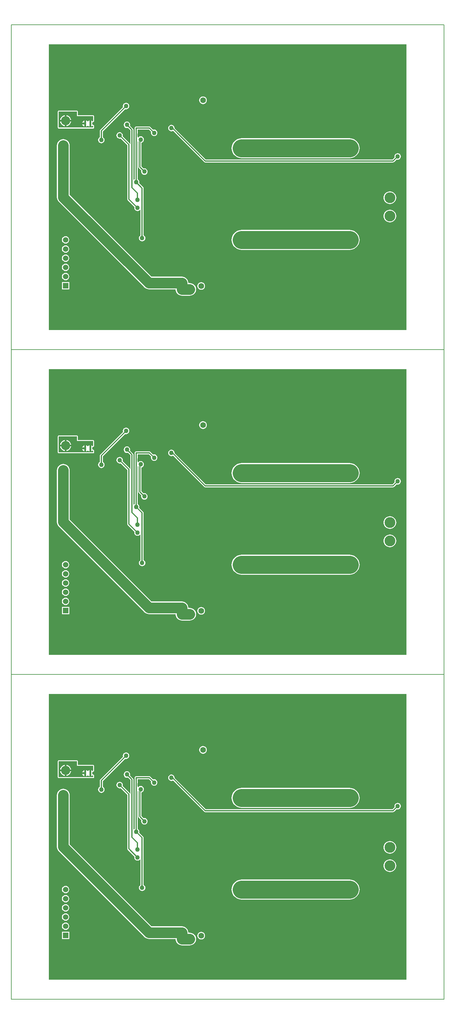
<source format=gbl>
%FSLAX42Y42*%
%MOMM*%
G71*
G01*
G75*
G04 Layer_Physical_Order=2*
G04 Layer_Color=16711680*
%ADD10C,0.20*%
%ADD11R,0.70X1.30*%
%ADD12R,1.30X0.90*%
%ADD13R,1.20X1.00*%
%ADD14R,0.90X1.60*%
%ADD15R,0.60X0.80*%
%ADD16R,1.30X0.70*%
%ADD17R,0.90X1.30*%
%ADD18R,0.80X0.60*%
%ADD19R,0.70X1.20*%
%ADD20R,1.00X1.70*%
%ADD21R,1.60X0.90*%
%ADD22R,1.30X1.30*%
%ADD23R,3.60X1.30*%
%ADD24R,1.50X0.60*%
%ADD25R,1.00X0.40*%
%ADD26R,1.00X1.20*%
%ADD27R,1.20X0.70*%
%ADD28C,0.50*%
%ADD29C,0.30*%
%ADD30C,2.00*%
%ADD31C,1.00*%
%ADD32C,0.25*%
%ADD33C,3.00*%
%ADD34C,5.00*%
%ADD35C,1.50*%
%ADD36C,1.30*%
%ADD37C,2.54*%
%ADD38C,1.60*%
%ADD39C,3.00*%
%ADD40C,1.50*%
%ADD41R,1.50X1.50*%
%ADD42C,1.27*%
%ADD43C,4.00*%
G36*
X13007Y2784D02*
X3089D01*
Y10702D01*
X13007D01*
Y2784D01*
D02*
G37*
%LPC*%
G36*
X3556Y5384D02*
X3530Y5381D01*
X3505Y5371D01*
X3484Y5355D01*
X3468Y5334D01*
X3458Y5309D01*
X3455Y5283D01*
X3458Y5257D01*
X3468Y5233D01*
X3484Y5212D01*
X3505Y5196D01*
X3530Y5185D01*
X3556Y5182D01*
X3582Y5185D01*
X3607Y5196D01*
X3628Y5212D01*
X3644Y5233D01*
X3654Y5257D01*
X3657Y5283D01*
X3654Y5309D01*
X3644Y5334D01*
X3628Y5355D01*
X3607Y5371D01*
X3582Y5381D01*
X3556Y5384D01*
D02*
G37*
G36*
X11433Y5559D02*
X8433D01*
X8390Y5556D01*
X8347Y5546D01*
X8307Y5529D01*
X8270Y5507D01*
X8237Y5479D01*
X8209Y5446D01*
X8187Y5409D01*
X8170Y5369D01*
X8160Y5326D01*
X8157Y5283D01*
X8160Y5240D01*
X8170Y5198D01*
X8187Y5158D01*
X8209Y5121D01*
X8237Y5088D01*
X8270Y5060D01*
X8307Y5037D01*
X8347Y5020D01*
X8390Y5010D01*
X8433Y5007D01*
X11433D01*
X11476Y5010D01*
X11518Y5020D01*
X11558Y5037D01*
X11595Y5060D01*
X11628Y5088D01*
X11656Y5121D01*
X11679Y5158D01*
X11696Y5198D01*
X11706Y5240D01*
X11709Y5283D01*
X11706Y5326D01*
X11696Y5369D01*
X11679Y5409D01*
X11656Y5446D01*
X11628Y5479D01*
X11595Y5507D01*
X11558Y5529D01*
X11518Y5546D01*
X11476Y5556D01*
X11433Y5559D01*
D02*
G37*
G36*
X3556Y5130D02*
X3530Y5127D01*
X3505Y5117D01*
X3484Y5101D01*
X3468Y5080D01*
X3458Y5055D01*
X3455Y5029D01*
X3458Y5003D01*
X3468Y4979D01*
X3484Y4958D01*
X3505Y4942D01*
X3530Y4931D01*
X3556Y4928D01*
X3582Y4931D01*
X3607Y4942D01*
X3628Y4958D01*
X3644Y4979D01*
X3654Y5003D01*
X3657Y5029D01*
X3654Y5055D01*
X3644Y5080D01*
X3628Y5101D01*
X3607Y5117D01*
X3582Y5127D01*
X3556Y5130D01*
D02*
G37*
G36*
X6490Y8472D02*
X6466Y8469D01*
X6445Y8460D01*
X6426Y8445D01*
X6412Y8427D01*
X6403Y8405D01*
X6400Y8382D01*
X6403Y8359D01*
X6412Y8337D01*
X6426Y8319D01*
X6445Y8304D01*
X6466Y8295D01*
X6490Y8292D01*
X6513Y8295D01*
X6535Y8304D01*
X7400Y7438D01*
X7414Y7430D01*
X7414Y7430D01*
X7414Y7430D01*
D01*
X7414Y7430D01*
X7414Y7430D01*
X7429Y7426D01*
X12636D01*
X12652Y7430D01*
X12665Y7438D01*
X12736Y7509D01*
X12740Y7508D01*
X12763Y7505D01*
X12786Y7508D01*
X12808Y7517D01*
X12826Y7531D01*
X12840Y7550D01*
X12849Y7571D01*
X12852Y7595D01*
X12849Y7618D01*
X12840Y7639D01*
X12826Y7658D01*
X12808Y7672D01*
X12786Y7681D01*
X12763Y7684D01*
X12740Y7681D01*
X12718Y7672D01*
X12699Y7658D01*
X12685Y7639D01*
X12676Y7618D01*
X12673Y7595D01*
X12676Y7571D01*
X12678Y7568D01*
X12619Y7509D01*
X7447D01*
X6579Y8377D01*
X6579Y8382D01*
X6576Y8405D01*
X6567Y8427D01*
X6553Y8445D01*
X6535Y8460D01*
X6513Y8469D01*
X6490Y8472D01*
D02*
G37*
G36*
X12548Y6628D02*
X12513Y6624D01*
X12480Y6614D01*
X12450Y6598D01*
X12423Y6576D01*
X12401Y6550D01*
X12385Y6519D01*
X12375Y6486D01*
X12371Y6452D01*
X12375Y6417D01*
X12385Y6384D01*
X12401Y6354D01*
X12423Y6327D01*
X12450Y6305D01*
X12480Y6289D01*
X12513Y6279D01*
X12548Y6275D01*
X12582Y6279D01*
X12615Y6289D01*
X12646Y6305D01*
X12672Y6327D01*
X12694Y6354D01*
X12710Y6384D01*
X12720Y6417D01*
X12724Y6452D01*
X12720Y6486D01*
X12710Y6519D01*
X12694Y6550D01*
X12672Y6576D01*
X12646Y6598D01*
X12615Y6614D01*
X12582Y6624D01*
X12548Y6628D01*
D02*
G37*
G36*
Y6120D02*
X12513Y6116D01*
X12480Y6106D01*
X12450Y6090D01*
X12423Y6068D01*
X12401Y6042D01*
X12385Y6011D01*
X12375Y5978D01*
X12371Y5944D01*
X12375Y5909D01*
X12385Y5876D01*
X12401Y5846D01*
X12423Y5819D01*
X12450Y5797D01*
X12480Y5781D01*
X12513Y5771D01*
X12548Y5767D01*
X12582Y5771D01*
X12615Y5781D01*
X12646Y5797D01*
X12672Y5819D01*
X12694Y5846D01*
X12710Y5876D01*
X12720Y5909D01*
X12724Y5944D01*
X12720Y5978D01*
X12710Y6011D01*
X12694Y6042D01*
X12672Y6068D01*
X12646Y6090D01*
X12615Y6106D01*
X12582Y6116D01*
X12548Y6120D01*
D02*
G37*
G36*
X3656Y4114D02*
X3456D01*
Y3913D01*
X3656D01*
Y4114D01*
D02*
G37*
G36*
X7315Y4112D02*
X7288Y4108D01*
X7262Y4097D01*
X7240Y4080D01*
X7223Y4058D01*
X7213Y4033D01*
X7209Y4005D01*
X7213Y3978D01*
X7223Y3952D01*
X7240Y3930D01*
X7262Y3913D01*
X7288Y3903D01*
X7315Y3899D01*
X7343Y3903D01*
X7368Y3913D01*
X7390Y3930D01*
X7407Y3952D01*
X7418Y3978D01*
X7422Y4005D01*
X7418Y4033D01*
X7407Y4058D01*
X7390Y4080D01*
X7368Y4097D01*
X7343Y4108D01*
X7315Y4112D01*
D02*
G37*
G36*
X3492Y8076D02*
X3458Y8072D01*
X3425Y8062D01*
X3395Y8046D01*
X3368Y8024D01*
X3346Y7997D01*
X3330Y7967D01*
X3320Y7934D01*
X3316Y7899D01*
Y6464D01*
X3320Y6430D01*
X3330Y6397D01*
X3346Y6366D01*
X3368Y6340D01*
X3368Y6340D01*
X3368D01*
Y6340D01*
X3368Y6340D01*
X5743Y3965D01*
X5769Y3943D01*
X5800Y3927D01*
X5833Y3917D01*
X5836Y3916D01*
X5867Y3913D01*
X5867Y3913D01*
X6604D01*
X6606Y3912D01*
X6609Y3877D01*
X6619Y3844D01*
X6635Y3814D01*
X6657Y3787D01*
X6684Y3765D01*
X6714Y3749D01*
X6747Y3739D01*
X6782Y3735D01*
X6998D01*
X7032Y3739D01*
X7065Y3749D01*
X7096Y3765D01*
X7122Y3787D01*
X7144Y3814D01*
X7161Y3844D01*
X7171Y3877D01*
X7174Y3912D01*
X7171Y3946D01*
X7161Y3979D01*
X7144Y4010D01*
X7122Y4036D01*
X7096Y4058D01*
X7065Y4074D01*
X7032Y4084D01*
X6998Y4088D01*
X6959D01*
X6958Y4089D01*
X6955Y4124D01*
X6945Y4157D01*
X6928Y4187D01*
X6906Y4214D01*
X6880Y4236D01*
X6849Y4252D01*
X6816Y4262D01*
X6782Y4266D01*
X5940D01*
X3669Y6537D01*
Y7899D01*
X3665Y7934D01*
X3655Y7967D01*
X3639Y7997D01*
X3617Y8024D01*
X3590Y8046D01*
X3560Y8062D01*
X3527Y8072D01*
X3492Y8076D01*
D02*
G37*
G36*
X3556Y4876D02*
X3530Y4873D01*
X3505Y4863D01*
X3484Y4847D01*
X3468Y4826D01*
X3458Y4801D01*
X3455Y4775D01*
X3458Y4749D01*
X3468Y4725D01*
X3484Y4704D01*
X3505Y4688D01*
X3530Y4677D01*
X3556Y4674D01*
X3582Y4677D01*
X3607Y4688D01*
X3628Y4704D01*
X3644Y4725D01*
X3654Y4749D01*
X3657Y4775D01*
X3654Y4801D01*
X3644Y4826D01*
X3628Y4847D01*
X3607Y4863D01*
X3582Y4873D01*
X3556Y4876D01*
D02*
G37*
G36*
Y4622D02*
X3530Y4619D01*
X3505Y4609D01*
X3484Y4593D01*
X3468Y4572D01*
X3458Y4547D01*
X3455Y4521D01*
X3458Y4495D01*
X3468Y4471D01*
X3484Y4450D01*
X3505Y4434D01*
X3530Y4423D01*
X3556Y4420D01*
X3582Y4423D01*
X3607Y4434D01*
X3628Y4450D01*
X3644Y4471D01*
X3654Y4495D01*
X3657Y4521D01*
X3654Y4547D01*
X3644Y4572D01*
X3628Y4593D01*
X3607Y4609D01*
X3582Y4619D01*
X3556Y4622D01*
D02*
G37*
G36*
Y4368D02*
X3530Y4365D01*
X3505Y4355D01*
X3484Y4339D01*
X3468Y4318D01*
X3458Y4293D01*
X3455Y4267D01*
X3458Y4241D01*
X3468Y4217D01*
X3484Y4196D01*
X3505Y4180D01*
X3530Y4169D01*
X3556Y4166D01*
X3582Y4169D01*
X3607Y4180D01*
X3628Y4196D01*
X3644Y4217D01*
X3654Y4241D01*
X3657Y4267D01*
X3654Y4293D01*
X3644Y4318D01*
X3628Y4339D01*
X3607Y4355D01*
X3582Y4365D01*
X3556Y4368D01*
D02*
G37*
G36*
X3874Y8865D02*
X3365D01*
X3356Y8863D01*
X3347Y8858D01*
X3342Y8849D01*
X3340Y8839D01*
Y8395D01*
X3342Y8385D01*
X3347Y8376D01*
X3356Y8371D01*
X3365Y8369D01*
X4318D01*
X4328Y8371D01*
X4336Y8376D01*
X4342Y8385D01*
X4344Y8395D01*
Y8443D01*
X4344Y8444D01*
X4344Y8445D01*
X4343Y8449D01*
X4342Y8453D01*
X4341Y8454D01*
X4341Y8455D01*
X4339Y8458D01*
X4336Y8461D01*
X4336Y8462D01*
X4335Y8463D01*
X4331Y8465D01*
X4328Y8467D01*
X4327Y8467D01*
X4326Y8468D01*
X4314Y8472D01*
X4313Y8472D01*
X4313Y8472D01*
X4308Y8473D01*
X4304Y8473D01*
X4303Y8473D01*
X4303Y8473D01*
X4293Y8502D01*
Y8509D01*
Y8516D01*
X4303Y8545D01*
X4303Y8545D01*
X4304Y8545D01*
X4308Y8545D01*
X4313Y8546D01*
X4313Y8546D01*
X4314Y8546D01*
X4326Y8550D01*
X4327Y8551D01*
X4328Y8551D01*
X4331Y8553D01*
X4335Y8555D01*
X4336Y8556D01*
X4336Y8557D01*
X4339Y8560D01*
X4341Y8563D01*
X4341Y8564D01*
X4342Y8565D01*
X4343Y8569D01*
X4344Y8573D01*
X4344Y8574D01*
X4344Y8575D01*
Y8712D01*
X4342Y8722D01*
X4336Y8731D01*
X4328Y8736D01*
X4318Y8738D01*
X3899D01*
Y8839D01*
X3897Y8849D01*
X3892Y8858D01*
X3883Y8863D01*
X3874Y8865D01*
D02*
G37*
G36*
X5232Y9081D02*
X5209Y9078D01*
X5188Y9069D01*
X5169Y9055D01*
X5155Y9036D01*
X5146Y9015D01*
X5143Y8992D01*
X5146Y8968D01*
X5147Y8965D01*
X4517Y8335D01*
X4509Y8322D01*
X4505Y8306D01*
Y8131D01*
X4502Y8129D01*
X4483Y8115D01*
X4469Y8097D01*
X4460Y8075D01*
X4457Y8052D01*
X4460Y8029D01*
X4469Y8007D01*
X4483Y7988D01*
X4502Y7974D01*
X4523Y7965D01*
X4547Y7962D01*
X4570Y7965D01*
X4591Y7974D01*
X4610Y7988D01*
X4624Y8007D01*
X4633Y8029D01*
X4636Y8052D01*
X4633Y8075D01*
X4624Y8097D01*
X4610Y8115D01*
X4591Y8129D01*
X4588Y8131D01*
Y8289D01*
X5206Y8906D01*
X5209Y8905D01*
X5232Y8902D01*
X5256Y8905D01*
X5277Y8914D01*
X5296Y8928D01*
X5310Y8947D01*
X5319Y8968D01*
X5322Y8992D01*
X5319Y9015D01*
X5310Y9036D01*
X5296Y9055D01*
X5277Y9069D01*
X5256Y9078D01*
X5232Y9081D01*
D02*
G37*
G36*
X7366Y9258D02*
X7338Y9255D01*
X7313Y9244D01*
X7291Y9227D01*
X7274Y9205D01*
X7263Y9180D01*
X7260Y9152D01*
X7263Y9124D01*
X7274Y9099D01*
X7291Y9077D01*
X7313Y9060D01*
X7338Y9049D01*
X7366Y9046D01*
X7394Y9049D01*
X7419Y9060D01*
X7441Y9077D01*
X7458Y9099D01*
X7469Y9124D01*
X7472Y9152D01*
X7469Y9180D01*
X7458Y9205D01*
X7441Y9227D01*
X7419Y9244D01*
X7394Y9255D01*
X7366Y9258D01*
D02*
G37*
G36*
X5258Y8561D02*
X5235Y8558D01*
X5213Y8549D01*
X5194Y8534D01*
X5180Y8516D01*
X5171Y8494D01*
X5168Y8471D01*
X5171Y8448D01*
X5180Y8426D01*
X5194Y8407D01*
X5213Y8393D01*
X5235Y8384D01*
X5258Y8381D01*
X5281Y8384D01*
X5285Y8386D01*
X5356Y8314D01*
Y7948D01*
X5344Y7944D01*
X5338Y7954D01*
X5140Y8151D01*
X5142Y8155D01*
X5145Y8178D01*
X5142Y8201D01*
X5133Y8223D01*
X5119Y8242D01*
X5100Y8256D01*
X5078Y8265D01*
X5055Y8268D01*
X5032Y8265D01*
X5010Y8256D01*
X4992Y8242D01*
X4978Y8223D01*
X4969Y8201D01*
X4966Y8178D01*
X4969Y8155D01*
X4978Y8133D01*
X4992Y8115D01*
X5010Y8101D01*
X5032Y8092D01*
X5055Y8089D01*
X5078Y8092D01*
X5082Y8093D01*
X5267Y7908D01*
Y6763D01*
Y6414D01*
X5267Y6414D01*
X5267D01*
X5271Y6398D01*
X5279Y6384D01*
X5465Y6199D01*
X5463Y6195D01*
X5460Y6172D01*
X5463Y6149D01*
X5472Y6127D01*
X5486Y6109D01*
X5505Y6095D01*
X5527Y6086D01*
X5550Y6083D01*
X5573Y6086D01*
X5595Y6095D01*
X5613Y6109D01*
X5624Y6122D01*
X5636Y6118D01*
Y5413D01*
X5632Y5412D01*
X5613Y5397D01*
X5599Y5379D01*
X5590Y5357D01*
X5587Y5334D01*
X5590Y5311D01*
X5599Y5289D01*
X5613Y5271D01*
X5632Y5256D01*
X5654Y5247D01*
X5677Y5244D01*
X5700Y5247D01*
X5722Y5256D01*
X5740Y5271D01*
X5755Y5289D01*
X5764Y5311D01*
X5767Y5334D01*
X5764Y5357D01*
X5755Y5379D01*
X5740Y5397D01*
X5722Y5412D01*
X5718Y5413D01*
Y6718D01*
X5715Y6734D01*
X5706Y6747D01*
X5597Y6857D01*
X5598Y6860D01*
X5601Y6883D01*
X5598Y6907D01*
X5589Y6928D01*
X5575Y6947D01*
X5557Y6961D01*
X5553Y6963D01*
Y8011D01*
X5565Y8015D01*
X5572Y8005D01*
Y7303D01*
X5572Y7303D01*
X5572D01*
X5575Y7287D01*
X5584Y7273D01*
X5655Y7202D01*
X5654Y7199D01*
X5651Y7175D01*
X5654Y7152D01*
X5663Y7131D01*
X5677Y7112D01*
X5696Y7098D01*
X5717Y7089D01*
X5740Y7086D01*
X5764Y7089D01*
X5785Y7098D01*
X5804Y7112D01*
X5818Y7131D01*
X5827Y7152D01*
X5830Y7175D01*
X5827Y7199D01*
X5818Y7220D01*
X5804Y7239D01*
X5785Y7253D01*
X5764Y7262D01*
X5740Y7265D01*
X5717Y7262D01*
X5714Y7261D01*
X5655Y7320D01*
Y7977D01*
X5662Y7978D01*
X5684Y7987D01*
X5702Y8001D01*
X5716Y8020D01*
X5725Y8041D01*
X5728Y8064D01*
X5725Y8088D01*
X5716Y8109D01*
X5702Y8128D01*
X5684Y8142D01*
X5662Y8151D01*
X5639Y8154D01*
X5616Y8151D01*
X5594Y8142D01*
X5575Y8128D01*
X5565Y8114D01*
X5553Y8118D01*
Y8147D01*
X5551Y8156D01*
Y8227D01*
X5553Y8236D01*
Y8341D01*
X5863D01*
X5928Y8276D01*
X5926Y8273D01*
X5923Y8249D01*
X5926Y8226D01*
X5935Y8205D01*
X5949Y8186D01*
X5968Y8172D01*
X5989Y8163D01*
X6013Y8160D01*
X6036Y8163D01*
X6058Y8172D01*
X6076Y8186D01*
X6090Y8205D01*
X6099Y8226D01*
X6102Y8249D01*
X6099Y8273D01*
X6090Y8294D01*
X6076Y8313D01*
X6058Y8327D01*
X6036Y8336D01*
X6013Y8339D01*
X5989Y8336D01*
X5986Y8334D01*
X5909Y8411D01*
X5896Y8420D01*
X5880Y8423D01*
X5512D01*
X5496Y8420D01*
X5483Y8411D01*
X5474Y8398D01*
X5471Y8382D01*
Y8244D01*
X5469Y8234D01*
Y8149D01*
X5469Y8149D01*
X5469D01*
X5471Y8139D01*
Y6963D01*
X5467Y6961D01*
X5450Y6948D01*
X5439Y6954D01*
Y8331D01*
X5436Y8347D01*
X5427Y8360D01*
X5343Y8444D01*
X5344Y8448D01*
X5347Y8471D01*
X5344Y8494D01*
X5335Y8516D01*
X5321Y8534D01*
X5303Y8549D01*
X5281Y8558D01*
X5258Y8561D01*
D02*
G37*
G36*
X11433Y8099D02*
X8433D01*
X8390Y8096D01*
X8347Y8086D01*
X8307Y8069D01*
X8270Y8047D01*
X8237Y8019D01*
X8209Y7986D01*
X8187Y7949D01*
X8170Y7909D01*
X8160Y7866D01*
X8157Y7823D01*
X8160Y7780D01*
X8170Y7738D01*
X8187Y7698D01*
X8209Y7661D01*
X8237Y7628D01*
X8270Y7600D01*
X8307Y7577D01*
X8347Y7560D01*
X8390Y7550D01*
X8433Y7547D01*
X11433D01*
X11476Y7550D01*
X11518Y7560D01*
X11558Y7577D01*
X11595Y7600D01*
X11628Y7628D01*
X11656Y7661D01*
X11679Y7698D01*
X11696Y7738D01*
X11706Y7780D01*
X11709Y7823D01*
X11706Y7866D01*
X11696Y7909D01*
X11679Y7949D01*
X11656Y7986D01*
X11628Y8019D01*
X11595Y8047D01*
X11558Y8069D01*
X11518Y8086D01*
X11476Y8096D01*
X11433Y8099D01*
D02*
G37*
%LPD*%
G36*
X3874Y8712D02*
X4318D01*
Y8575D01*
X4306Y8571D01*
X4305Y8572D01*
X4286Y8586D01*
X4267Y8594D01*
Y8509D01*
Y8424D01*
X4286Y8432D01*
X4305Y8446D01*
X4306Y8447D01*
X4318Y8443D01*
Y8395D01*
X3365D01*
Y8839D01*
X3874D01*
Y8712D01*
D02*
G37*
%LPC*%
G36*
X3581Y8735D02*
Y8610D01*
X3706D01*
X3706Y8615D01*
X3697Y8644D01*
X3683Y8670D01*
X3664Y8693D01*
X3641Y8712D01*
X3614Y8726D01*
X3586Y8735D01*
X3581Y8735D01*
D02*
G37*
G36*
X3706Y8560D02*
X3581D01*
Y8435D01*
X3586Y8435D01*
X3614Y8444D01*
X3641Y8458D01*
X3664Y8477D01*
X3683Y8500D01*
X3697Y8527D01*
X3706Y8555D01*
X3706Y8560D01*
D02*
G37*
G36*
X3531D02*
X3406D01*
X3406Y8555D01*
X3415Y8527D01*
X3429Y8500D01*
X3448Y8477D01*
X3471Y8458D01*
X3498Y8444D01*
X3526Y8435D01*
X3531Y8435D01*
Y8560D01*
D02*
G37*
G36*
Y8735D02*
X3526Y8735D01*
X3498Y8726D01*
X3471Y8712D01*
X3448Y8693D01*
X3429Y8670D01*
X3415Y8644D01*
X3406Y8615D01*
X3406Y8610D01*
X3531D01*
Y8735D01*
D02*
G37*
G36*
X4077Y8484D02*
X4017D01*
X4025Y8464D01*
X4039Y8446D01*
X4057Y8432D01*
X4077Y8424D01*
Y8484D01*
D02*
G37*
G36*
Y8594D02*
X4057Y8586D01*
X4039Y8572D01*
X4025Y8554D01*
X4017Y8534D01*
X4077D01*
Y8594D01*
D02*
G37*
G36*
X4217D02*
X4197Y8586D01*
X4179Y8572D01*
X4178Y8572D01*
X4166D01*
X4165Y8572D01*
X4147Y8586D01*
X4127Y8594D01*
Y8509D01*
Y8424D01*
X4147Y8432D01*
X4165Y8446D01*
X4166Y8446D01*
X4178D01*
X4179Y8446D01*
X4197Y8432D01*
X4217Y8424D01*
Y8509D01*
Y8594D01*
D02*
G37*
%LPD*%
G36*
X13007Y11784D02*
X3089D01*
Y19702D01*
X13007D01*
Y11784D01*
D02*
G37*
%LPC*%
G36*
X3556Y14384D02*
X3530Y14381D01*
X3505Y14371D01*
X3484Y14355D01*
X3468Y14334D01*
X3458Y14309D01*
X3455Y14283D01*
X3458Y14257D01*
X3468Y14233D01*
X3484Y14212D01*
X3505Y14196D01*
X3530Y14185D01*
X3556Y14182D01*
X3582Y14185D01*
X3607Y14196D01*
X3628Y14212D01*
X3644Y14233D01*
X3654Y14257D01*
X3657Y14283D01*
X3654Y14309D01*
X3644Y14334D01*
X3628Y14355D01*
X3607Y14371D01*
X3582Y14381D01*
X3556Y14384D01*
D02*
G37*
G36*
X11433Y14559D02*
X8433D01*
X8390Y14556D01*
X8347Y14546D01*
X8307Y14529D01*
X8270Y14507D01*
X8237Y14479D01*
X8209Y14446D01*
X8187Y14409D01*
X8170Y14369D01*
X8160Y14326D01*
X8157Y14283D01*
X8160Y14240D01*
X8170Y14198D01*
X8187Y14158D01*
X8209Y14121D01*
X8237Y14088D01*
X8270Y14060D01*
X8307Y14037D01*
X8347Y14020D01*
X8390Y14010D01*
X8433Y14007D01*
X11433D01*
X11476Y14010D01*
X11518Y14020D01*
X11558Y14037D01*
X11595Y14060D01*
X11628Y14088D01*
X11656Y14121D01*
X11679Y14158D01*
X11696Y14198D01*
X11706Y14240D01*
X11709Y14283D01*
X11706Y14326D01*
X11696Y14369D01*
X11679Y14409D01*
X11656Y14446D01*
X11628Y14479D01*
X11595Y14507D01*
X11558Y14529D01*
X11518Y14546D01*
X11476Y14556D01*
X11433Y14559D01*
D02*
G37*
G36*
X3556Y14130D02*
X3530Y14127D01*
X3505Y14117D01*
X3484Y14101D01*
X3468Y14080D01*
X3458Y14055D01*
X3455Y14029D01*
X3458Y14003D01*
X3468Y13979D01*
X3484Y13958D01*
X3505Y13942D01*
X3530Y13931D01*
X3556Y13928D01*
X3582Y13931D01*
X3607Y13942D01*
X3628Y13958D01*
X3644Y13979D01*
X3654Y14003D01*
X3657Y14029D01*
X3654Y14055D01*
X3644Y14080D01*
X3628Y14101D01*
X3607Y14117D01*
X3582Y14127D01*
X3556Y14130D01*
D02*
G37*
G36*
X6490Y17472D02*
X6466Y17469D01*
X6445Y17460D01*
X6426Y17445D01*
X6412Y17427D01*
X6403Y17405D01*
X6400Y17382D01*
X6403Y17359D01*
X6412Y17337D01*
X6426Y17319D01*
X6445Y17304D01*
X6466Y17295D01*
X6490Y17292D01*
X6513Y17295D01*
X6535Y17304D01*
X7400Y16438D01*
X7414Y16430D01*
X7414Y16430D01*
X7414Y16430D01*
D01*
X7414Y16430D01*
X7414Y16430D01*
X7429Y16426D01*
X12636D01*
X12652Y16430D01*
X12665Y16438D01*
X12736Y16509D01*
X12740Y16508D01*
X12763Y16505D01*
X12786Y16508D01*
X12808Y16517D01*
X12826Y16531D01*
X12840Y16550D01*
X12849Y16571D01*
X12852Y16595D01*
X12849Y16618D01*
X12840Y16639D01*
X12826Y16658D01*
X12808Y16672D01*
X12786Y16681D01*
X12763Y16684D01*
X12740Y16681D01*
X12718Y16672D01*
X12699Y16658D01*
X12685Y16639D01*
X12676Y16618D01*
X12673Y16595D01*
X12676Y16571D01*
X12678Y16568D01*
X12619Y16509D01*
X7447D01*
X6579Y17377D01*
X6579Y17382D01*
X6576Y17405D01*
X6567Y17427D01*
X6553Y17445D01*
X6535Y17460D01*
X6513Y17469D01*
X6490Y17472D01*
D02*
G37*
G36*
X12548Y15628D02*
X12513Y15624D01*
X12480Y15614D01*
X12450Y15598D01*
X12423Y15576D01*
X12401Y15550D01*
X12385Y15519D01*
X12375Y15486D01*
X12371Y15452D01*
X12375Y15417D01*
X12385Y15384D01*
X12401Y15354D01*
X12423Y15327D01*
X12450Y15305D01*
X12480Y15289D01*
X12513Y15279D01*
X12548Y15275D01*
X12582Y15279D01*
X12615Y15289D01*
X12646Y15305D01*
X12672Y15327D01*
X12694Y15354D01*
X12710Y15384D01*
X12720Y15417D01*
X12724Y15452D01*
X12720Y15486D01*
X12710Y15519D01*
X12694Y15550D01*
X12672Y15576D01*
X12646Y15598D01*
X12615Y15614D01*
X12582Y15624D01*
X12548Y15628D01*
D02*
G37*
G36*
Y15120D02*
X12513Y15116D01*
X12480Y15106D01*
X12450Y15090D01*
X12423Y15068D01*
X12401Y15042D01*
X12385Y15011D01*
X12375Y14978D01*
X12371Y14944D01*
X12375Y14909D01*
X12385Y14876D01*
X12401Y14846D01*
X12423Y14819D01*
X12450Y14797D01*
X12480Y14781D01*
X12513Y14771D01*
X12548Y14767D01*
X12582Y14771D01*
X12615Y14781D01*
X12646Y14797D01*
X12672Y14819D01*
X12694Y14846D01*
X12710Y14876D01*
X12720Y14909D01*
X12724Y14944D01*
X12720Y14978D01*
X12710Y15011D01*
X12694Y15042D01*
X12672Y15068D01*
X12646Y15090D01*
X12615Y15106D01*
X12582Y15116D01*
X12548Y15120D01*
D02*
G37*
G36*
X3656Y13114D02*
X3456D01*
Y12913D01*
X3656D01*
Y13114D01*
D02*
G37*
G36*
X7315Y13112D02*
X7288Y13108D01*
X7262Y13097D01*
X7240Y13080D01*
X7223Y13058D01*
X7213Y13033D01*
X7209Y13005D01*
X7213Y12978D01*
X7223Y12952D01*
X7240Y12930D01*
X7262Y12913D01*
X7288Y12903D01*
X7315Y12899D01*
X7343Y12903D01*
X7368Y12913D01*
X7390Y12930D01*
X7407Y12952D01*
X7418Y12978D01*
X7422Y13005D01*
X7418Y13033D01*
X7407Y13058D01*
X7390Y13080D01*
X7368Y13097D01*
X7343Y13108D01*
X7315Y13112D01*
D02*
G37*
G36*
X3492Y17076D02*
X3458Y17072D01*
X3425Y17062D01*
X3395Y17046D01*
X3368Y17024D01*
X3346Y16997D01*
X3330Y16967D01*
X3320Y16934D01*
X3316Y16899D01*
Y15464D01*
X3320Y15430D01*
X3330Y15397D01*
X3346Y15366D01*
X3368Y15340D01*
X3368Y15340D01*
X3368D01*
Y15340D01*
X3368Y15340D01*
X5743Y12965D01*
X5769Y12943D01*
X5800Y12927D01*
X5833Y12917D01*
X5836Y12916D01*
X5867Y12913D01*
X5867Y12913D01*
X6604D01*
X6606Y12912D01*
X6609Y12877D01*
X6619Y12844D01*
X6635Y12814D01*
X6657Y12787D01*
X6684Y12765D01*
X6714Y12749D01*
X6747Y12739D01*
X6782Y12735D01*
X6998D01*
X7032Y12739D01*
X7065Y12749D01*
X7096Y12765D01*
X7122Y12787D01*
X7144Y12814D01*
X7161Y12844D01*
X7171Y12877D01*
X7174Y12912D01*
X7171Y12946D01*
X7161Y12979D01*
X7144Y13010D01*
X7122Y13036D01*
X7096Y13058D01*
X7065Y13074D01*
X7032Y13084D01*
X6998Y13088D01*
X6959D01*
X6958Y13089D01*
X6955Y13124D01*
X6945Y13157D01*
X6928Y13187D01*
X6906Y13214D01*
X6880Y13236D01*
X6849Y13252D01*
X6816Y13262D01*
X6782Y13266D01*
X5940D01*
X3669Y15537D01*
Y16899D01*
X3665Y16934D01*
X3655Y16967D01*
X3639Y16997D01*
X3617Y17024D01*
X3590Y17046D01*
X3560Y17062D01*
X3527Y17072D01*
X3492Y17076D01*
D02*
G37*
G36*
X3556Y13876D02*
X3530Y13873D01*
X3505Y13863D01*
X3484Y13847D01*
X3468Y13826D01*
X3458Y13801D01*
X3455Y13775D01*
X3458Y13749D01*
X3468Y13725D01*
X3484Y13704D01*
X3505Y13688D01*
X3530Y13677D01*
X3556Y13674D01*
X3582Y13677D01*
X3607Y13688D01*
X3628Y13704D01*
X3644Y13725D01*
X3654Y13749D01*
X3657Y13775D01*
X3654Y13801D01*
X3644Y13826D01*
X3628Y13847D01*
X3607Y13863D01*
X3582Y13873D01*
X3556Y13876D01*
D02*
G37*
G36*
Y13622D02*
X3530Y13619D01*
X3505Y13609D01*
X3484Y13593D01*
X3468Y13572D01*
X3458Y13547D01*
X3455Y13521D01*
X3458Y13495D01*
X3468Y13471D01*
X3484Y13450D01*
X3505Y13434D01*
X3530Y13423D01*
X3556Y13420D01*
X3582Y13423D01*
X3607Y13434D01*
X3628Y13450D01*
X3644Y13471D01*
X3654Y13495D01*
X3657Y13521D01*
X3654Y13547D01*
X3644Y13572D01*
X3628Y13593D01*
X3607Y13609D01*
X3582Y13619D01*
X3556Y13622D01*
D02*
G37*
G36*
Y13368D02*
X3530Y13365D01*
X3505Y13355D01*
X3484Y13339D01*
X3468Y13318D01*
X3458Y13293D01*
X3455Y13267D01*
X3458Y13241D01*
X3468Y13217D01*
X3484Y13196D01*
X3505Y13180D01*
X3530Y13169D01*
X3556Y13166D01*
X3582Y13169D01*
X3607Y13180D01*
X3628Y13196D01*
X3644Y13217D01*
X3654Y13241D01*
X3657Y13267D01*
X3654Y13293D01*
X3644Y13318D01*
X3628Y13339D01*
X3607Y13355D01*
X3582Y13365D01*
X3556Y13368D01*
D02*
G37*
G36*
X3874Y17865D02*
X3365D01*
X3356Y17863D01*
X3347Y17858D01*
X3342Y17849D01*
X3340Y17839D01*
Y17395D01*
X3342Y17385D01*
X3347Y17376D01*
X3356Y17371D01*
X3365Y17369D01*
X4318D01*
X4328Y17371D01*
X4336Y17376D01*
X4342Y17385D01*
X4344Y17395D01*
Y17443D01*
X4344Y17444D01*
X4344Y17445D01*
X4343Y17449D01*
X4342Y17453D01*
X4341Y17454D01*
X4341Y17455D01*
X4339Y17458D01*
X4336Y17461D01*
X4336Y17462D01*
X4335Y17463D01*
X4331Y17465D01*
X4328Y17467D01*
X4327Y17467D01*
X4326Y17468D01*
X4314Y17472D01*
X4313Y17472D01*
X4313Y17472D01*
X4308Y17473D01*
X4304Y17473D01*
X4303Y17473D01*
X4303Y17473D01*
X4293Y17502D01*
Y17509D01*
Y17516D01*
X4303Y17545D01*
X4303Y17545D01*
X4304Y17545D01*
X4308Y17545D01*
X4313Y17546D01*
X4313Y17546D01*
X4314Y17546D01*
X4326Y17550D01*
X4327Y17551D01*
X4328Y17551D01*
X4331Y17553D01*
X4335Y17555D01*
X4336Y17556D01*
X4336Y17557D01*
X4339Y17560D01*
X4341Y17563D01*
X4341Y17564D01*
X4342Y17565D01*
X4343Y17569D01*
X4344Y17573D01*
X4344Y17574D01*
X4344Y17575D01*
Y17712D01*
X4342Y17722D01*
X4336Y17731D01*
X4328Y17736D01*
X4318Y17738D01*
X3899D01*
Y17839D01*
X3897Y17849D01*
X3892Y17858D01*
X3883Y17863D01*
X3874Y17865D01*
D02*
G37*
G36*
X5232Y18081D02*
X5209Y18078D01*
X5188Y18069D01*
X5169Y18055D01*
X5155Y18036D01*
X5146Y18015D01*
X5143Y17992D01*
X5146Y17968D01*
X5147Y17965D01*
X4517Y17335D01*
X4509Y17322D01*
X4505Y17306D01*
Y17131D01*
X4502Y17129D01*
X4483Y17115D01*
X4469Y17097D01*
X4460Y17075D01*
X4457Y17052D01*
X4460Y17029D01*
X4469Y17007D01*
X4483Y16988D01*
X4502Y16974D01*
X4523Y16965D01*
X4547Y16962D01*
X4570Y16965D01*
X4591Y16974D01*
X4610Y16988D01*
X4624Y17007D01*
X4633Y17029D01*
X4636Y17052D01*
X4633Y17075D01*
X4624Y17097D01*
X4610Y17115D01*
X4591Y17129D01*
X4588Y17131D01*
Y17289D01*
X5206Y17906D01*
X5209Y17905D01*
X5232Y17902D01*
X5256Y17905D01*
X5277Y17914D01*
X5296Y17928D01*
X5310Y17947D01*
X5319Y17968D01*
X5322Y17992D01*
X5319Y18015D01*
X5310Y18036D01*
X5296Y18055D01*
X5277Y18069D01*
X5256Y18078D01*
X5232Y18081D01*
D02*
G37*
G36*
X7366Y18258D02*
X7338Y18255D01*
X7313Y18244D01*
X7291Y18227D01*
X7274Y18205D01*
X7263Y18180D01*
X7260Y18152D01*
X7263Y18124D01*
X7274Y18099D01*
X7291Y18077D01*
X7313Y18060D01*
X7338Y18049D01*
X7366Y18046D01*
X7394Y18049D01*
X7419Y18060D01*
X7441Y18077D01*
X7458Y18099D01*
X7469Y18124D01*
X7472Y18152D01*
X7469Y18180D01*
X7458Y18205D01*
X7441Y18227D01*
X7419Y18244D01*
X7394Y18255D01*
X7366Y18258D01*
D02*
G37*
G36*
X5258Y17561D02*
X5235Y17558D01*
X5213Y17549D01*
X5194Y17534D01*
X5180Y17516D01*
X5171Y17494D01*
X5168Y17471D01*
X5171Y17448D01*
X5180Y17426D01*
X5194Y17407D01*
X5213Y17393D01*
X5235Y17384D01*
X5258Y17381D01*
X5281Y17384D01*
X5285Y17386D01*
X5356Y17314D01*
Y16948D01*
X5344Y16944D01*
X5338Y16954D01*
X5140Y17151D01*
X5142Y17155D01*
X5145Y17178D01*
X5142Y17201D01*
X5133Y17223D01*
X5119Y17242D01*
X5100Y17256D01*
X5078Y17265D01*
X5055Y17268D01*
X5032Y17265D01*
X5010Y17256D01*
X4992Y17242D01*
X4978Y17223D01*
X4969Y17201D01*
X4966Y17178D01*
X4969Y17155D01*
X4978Y17133D01*
X4992Y17115D01*
X5010Y17101D01*
X5032Y17092D01*
X5055Y17089D01*
X5078Y17092D01*
X5082Y17093D01*
X5267Y16908D01*
Y15763D01*
Y15413D01*
X5267Y15413D01*
X5267D01*
X5271Y15398D01*
X5279Y15384D01*
X5465Y15199D01*
X5463Y15195D01*
X5460Y15172D01*
X5463Y15149D01*
X5472Y15127D01*
X5486Y15109D01*
X5505Y15095D01*
X5527Y15086D01*
X5550Y15083D01*
X5573Y15086D01*
X5595Y15095D01*
X5613Y15109D01*
X5624Y15122D01*
X5636Y15118D01*
Y14413D01*
X5632Y14412D01*
X5613Y14397D01*
X5599Y14379D01*
X5590Y14357D01*
X5587Y14334D01*
X5590Y14311D01*
X5599Y14289D01*
X5613Y14271D01*
X5632Y14256D01*
X5654Y14247D01*
X5677Y14244D01*
X5700Y14247D01*
X5722Y14256D01*
X5740Y14271D01*
X5755Y14289D01*
X5764Y14311D01*
X5767Y14334D01*
X5764Y14357D01*
X5755Y14379D01*
X5740Y14397D01*
X5722Y14412D01*
X5718Y14413D01*
Y15718D01*
X5715Y15734D01*
X5706Y15747D01*
X5597Y15857D01*
X5598Y15860D01*
X5601Y15883D01*
X5598Y15907D01*
X5589Y15928D01*
X5575Y15947D01*
X5557Y15961D01*
X5553Y15963D01*
Y17011D01*
X5565Y17015D01*
X5572Y17005D01*
Y16302D01*
X5572Y16302D01*
X5572D01*
X5575Y16287D01*
X5584Y16273D01*
X5655Y16202D01*
X5654Y16199D01*
X5651Y16176D01*
X5654Y16152D01*
X5663Y16131D01*
X5677Y16112D01*
X5696Y16098D01*
X5717Y16089D01*
X5740Y16086D01*
X5764Y16089D01*
X5785Y16098D01*
X5804Y16112D01*
X5818Y16131D01*
X5827Y16152D01*
X5830Y16176D01*
X5827Y16199D01*
X5818Y16220D01*
X5804Y16239D01*
X5785Y16253D01*
X5764Y16262D01*
X5740Y16265D01*
X5717Y16262D01*
X5714Y16261D01*
X5655Y16320D01*
Y16977D01*
X5662Y16978D01*
X5684Y16987D01*
X5702Y17001D01*
X5716Y17020D01*
X5725Y17041D01*
X5728Y17065D01*
X5725Y17088D01*
X5716Y17109D01*
X5702Y17128D01*
X5684Y17142D01*
X5662Y17151D01*
X5639Y17154D01*
X5616Y17151D01*
X5594Y17142D01*
X5575Y17128D01*
X5565Y17114D01*
X5553Y17118D01*
Y17147D01*
X5551Y17156D01*
Y17227D01*
X5553Y17236D01*
Y17341D01*
X5863D01*
X5928Y17276D01*
X5926Y17273D01*
X5923Y17249D01*
X5926Y17226D01*
X5935Y17205D01*
X5949Y17186D01*
X5968Y17172D01*
X5989Y17163D01*
X6013Y17160D01*
X6036Y17163D01*
X6058Y17172D01*
X6076Y17186D01*
X6090Y17205D01*
X6099Y17226D01*
X6102Y17249D01*
X6099Y17273D01*
X6090Y17294D01*
X6076Y17313D01*
X6058Y17327D01*
X6036Y17336D01*
X6013Y17339D01*
X5989Y17336D01*
X5986Y17334D01*
X5909Y17411D01*
X5896Y17420D01*
X5880Y17423D01*
X5512D01*
X5496Y17420D01*
X5483Y17411D01*
X5474Y17398D01*
X5471Y17382D01*
Y17244D01*
X5469Y17234D01*
Y17149D01*
X5469Y17149D01*
X5469D01*
X5471Y17139D01*
Y15963D01*
X5467Y15961D01*
X5450Y15948D01*
X5439Y15954D01*
Y17331D01*
X5436Y17347D01*
X5427Y17360D01*
X5343Y17444D01*
X5344Y17448D01*
X5347Y17471D01*
X5344Y17494D01*
X5335Y17516D01*
X5321Y17534D01*
X5303Y17549D01*
X5281Y17558D01*
X5258Y17561D01*
D02*
G37*
G36*
X11433Y17099D02*
X8433D01*
X8390Y17096D01*
X8347Y17086D01*
X8307Y17069D01*
X8270Y17047D01*
X8237Y17019D01*
X8209Y16986D01*
X8187Y16949D01*
X8170Y16909D01*
X8160Y16866D01*
X8157Y16823D01*
X8160Y16780D01*
X8170Y16738D01*
X8187Y16698D01*
X8209Y16661D01*
X8237Y16628D01*
X8270Y16600D01*
X8307Y16577D01*
X8347Y16560D01*
X8390Y16550D01*
X8433Y16547D01*
X11433D01*
X11476Y16550D01*
X11518Y16560D01*
X11558Y16577D01*
X11595Y16600D01*
X11628Y16628D01*
X11656Y16661D01*
X11679Y16698D01*
X11696Y16738D01*
X11706Y16780D01*
X11709Y16823D01*
X11706Y16866D01*
X11696Y16909D01*
X11679Y16949D01*
X11656Y16986D01*
X11628Y17019D01*
X11595Y17047D01*
X11558Y17069D01*
X11518Y17086D01*
X11476Y17096D01*
X11433Y17099D01*
D02*
G37*
%LPD*%
G36*
X3874Y17712D02*
X4318D01*
Y17575D01*
X4306Y17571D01*
X4305Y17572D01*
X4286Y17586D01*
X4267Y17594D01*
Y17509D01*
Y17424D01*
X4286Y17432D01*
X4305Y17446D01*
X4306Y17447D01*
X4318Y17443D01*
Y17395D01*
X3365D01*
Y17839D01*
X3874D01*
Y17712D01*
D02*
G37*
%LPC*%
G36*
X3581Y17735D02*
Y17610D01*
X3706D01*
X3706Y17615D01*
X3697Y17644D01*
X3683Y17670D01*
X3664Y17693D01*
X3641Y17712D01*
X3614Y17726D01*
X3586Y17735D01*
X3581Y17735D01*
D02*
G37*
G36*
X3706Y17560D02*
X3581D01*
Y17435D01*
X3586Y17435D01*
X3614Y17444D01*
X3641Y17458D01*
X3664Y17477D01*
X3683Y17500D01*
X3697Y17527D01*
X3706Y17555D01*
X3706Y17560D01*
D02*
G37*
G36*
X3531D02*
X3406D01*
X3406Y17555D01*
X3415Y17527D01*
X3429Y17500D01*
X3448Y17477D01*
X3471Y17458D01*
X3498Y17444D01*
X3526Y17435D01*
X3531Y17435D01*
Y17560D01*
D02*
G37*
G36*
Y17735D02*
X3526Y17735D01*
X3498Y17726D01*
X3471Y17712D01*
X3448Y17693D01*
X3429Y17670D01*
X3415Y17644D01*
X3406Y17615D01*
X3406Y17610D01*
X3531D01*
Y17735D01*
D02*
G37*
G36*
X4077Y17484D02*
X4017D01*
X4025Y17464D01*
X4039Y17446D01*
X4057Y17432D01*
X4077Y17424D01*
Y17484D01*
D02*
G37*
G36*
Y17594D02*
X4057Y17586D01*
X4039Y17572D01*
X4025Y17554D01*
X4017Y17534D01*
X4077D01*
Y17594D01*
D02*
G37*
G36*
X4217D02*
X4197Y17586D01*
X4179Y17572D01*
X4178Y17572D01*
X4166D01*
X4165Y17572D01*
X4147Y17586D01*
X4127Y17594D01*
Y17509D01*
Y17424D01*
X4147Y17432D01*
X4165Y17446D01*
X4166Y17446D01*
X4178D01*
X4179Y17446D01*
X4197Y17432D01*
X4217Y17424D01*
Y17509D01*
Y17594D01*
D02*
G37*
%LPD*%
G36*
X13007Y20784D02*
X3089D01*
Y28702D01*
X13007D01*
Y20784D01*
D02*
G37*
%LPC*%
G36*
X3556Y23384D02*
X3530Y23381D01*
X3505Y23371D01*
X3484Y23355D01*
X3468Y23334D01*
X3458Y23309D01*
X3455Y23283D01*
X3458Y23257D01*
X3468Y23233D01*
X3484Y23212D01*
X3505Y23196D01*
X3530Y23185D01*
X3556Y23182D01*
X3582Y23185D01*
X3607Y23196D01*
X3628Y23212D01*
X3644Y23233D01*
X3654Y23257D01*
X3657Y23283D01*
X3654Y23309D01*
X3644Y23334D01*
X3628Y23355D01*
X3607Y23371D01*
X3582Y23381D01*
X3556Y23384D01*
D02*
G37*
G36*
X11433Y23559D02*
X8433D01*
X8390Y23556D01*
X8347Y23546D01*
X8307Y23529D01*
X8270Y23507D01*
X8237Y23479D01*
X8209Y23446D01*
X8187Y23409D01*
X8170Y23369D01*
X8160Y23326D01*
X8157Y23283D01*
X8160Y23240D01*
X8170Y23198D01*
X8187Y23158D01*
X8209Y23121D01*
X8237Y23088D01*
X8270Y23060D01*
X8307Y23037D01*
X8347Y23020D01*
X8390Y23010D01*
X8433Y23007D01*
X11433D01*
X11476Y23010D01*
X11518Y23020D01*
X11558Y23037D01*
X11595Y23060D01*
X11628Y23088D01*
X11656Y23121D01*
X11679Y23158D01*
X11696Y23198D01*
X11706Y23240D01*
X11709Y23283D01*
X11706Y23326D01*
X11696Y23369D01*
X11679Y23409D01*
X11656Y23446D01*
X11628Y23479D01*
X11595Y23507D01*
X11558Y23529D01*
X11518Y23546D01*
X11476Y23556D01*
X11433Y23559D01*
D02*
G37*
G36*
X3556Y23130D02*
X3530Y23127D01*
X3505Y23117D01*
X3484Y23101D01*
X3468Y23080D01*
X3458Y23055D01*
X3455Y23029D01*
X3458Y23003D01*
X3468Y22979D01*
X3484Y22958D01*
X3505Y22942D01*
X3530Y22931D01*
X3556Y22928D01*
X3582Y22931D01*
X3607Y22942D01*
X3628Y22958D01*
X3644Y22979D01*
X3654Y23003D01*
X3657Y23029D01*
X3654Y23055D01*
X3644Y23080D01*
X3628Y23101D01*
X3607Y23117D01*
X3582Y23127D01*
X3556Y23130D01*
D02*
G37*
G36*
X6490Y26472D02*
X6466Y26469D01*
X6445Y26460D01*
X6426Y26445D01*
X6412Y26427D01*
X6403Y26405D01*
X6400Y26382D01*
X6403Y26359D01*
X6412Y26337D01*
X6426Y26319D01*
X6445Y26304D01*
X6466Y26295D01*
X6490Y26292D01*
X6513Y26295D01*
X6535Y26304D01*
X7400Y25438D01*
X7414Y25430D01*
X7414Y25430D01*
X7414Y25430D01*
D01*
X7414Y25430D01*
X7414Y25430D01*
X7429Y25426D01*
X12636D01*
X12652Y25430D01*
X12665Y25438D01*
X12736Y25509D01*
X12740Y25508D01*
X12763Y25505D01*
X12786Y25508D01*
X12808Y25517D01*
X12826Y25531D01*
X12840Y25550D01*
X12849Y25571D01*
X12852Y25595D01*
X12849Y25618D01*
X12840Y25639D01*
X12826Y25658D01*
X12808Y25672D01*
X12786Y25681D01*
X12763Y25684D01*
X12740Y25681D01*
X12718Y25672D01*
X12699Y25658D01*
X12685Y25639D01*
X12676Y25618D01*
X12673Y25595D01*
X12676Y25571D01*
X12678Y25568D01*
X12619Y25509D01*
X7447D01*
X6579Y26377D01*
X6579Y26382D01*
X6576Y26405D01*
X6567Y26427D01*
X6553Y26445D01*
X6535Y26460D01*
X6513Y26469D01*
X6490Y26472D01*
D02*
G37*
G36*
X12548Y24628D02*
X12513Y24624D01*
X12480Y24614D01*
X12450Y24598D01*
X12423Y24576D01*
X12401Y24550D01*
X12385Y24519D01*
X12375Y24486D01*
X12371Y24452D01*
X12375Y24417D01*
X12385Y24384D01*
X12401Y24354D01*
X12423Y24327D01*
X12450Y24305D01*
X12480Y24289D01*
X12513Y24279D01*
X12548Y24275D01*
X12582Y24279D01*
X12615Y24289D01*
X12646Y24305D01*
X12672Y24327D01*
X12694Y24354D01*
X12710Y24384D01*
X12720Y24417D01*
X12724Y24452D01*
X12720Y24486D01*
X12710Y24519D01*
X12694Y24550D01*
X12672Y24576D01*
X12646Y24598D01*
X12615Y24614D01*
X12582Y24624D01*
X12548Y24628D01*
D02*
G37*
G36*
Y24120D02*
X12513Y24116D01*
X12480Y24106D01*
X12450Y24090D01*
X12423Y24068D01*
X12401Y24042D01*
X12385Y24011D01*
X12375Y23978D01*
X12371Y23944D01*
X12375Y23909D01*
X12385Y23876D01*
X12401Y23846D01*
X12423Y23819D01*
X12450Y23797D01*
X12480Y23781D01*
X12513Y23771D01*
X12548Y23767D01*
X12582Y23771D01*
X12615Y23781D01*
X12646Y23797D01*
X12672Y23819D01*
X12694Y23846D01*
X12710Y23876D01*
X12720Y23909D01*
X12724Y23944D01*
X12720Y23978D01*
X12710Y24011D01*
X12694Y24042D01*
X12672Y24068D01*
X12646Y24090D01*
X12615Y24106D01*
X12582Y24116D01*
X12548Y24120D01*
D02*
G37*
G36*
X3656Y22114D02*
X3456D01*
Y21913D01*
X3656D01*
Y22114D01*
D02*
G37*
G36*
X7315Y22112D02*
X7288Y22108D01*
X7262Y22097D01*
X7240Y22080D01*
X7223Y22058D01*
X7213Y22033D01*
X7209Y22005D01*
X7213Y21978D01*
X7223Y21952D01*
X7240Y21930D01*
X7262Y21913D01*
X7288Y21903D01*
X7315Y21899D01*
X7343Y21903D01*
X7368Y21913D01*
X7390Y21930D01*
X7407Y21952D01*
X7418Y21978D01*
X7422Y22005D01*
X7418Y22033D01*
X7407Y22058D01*
X7390Y22080D01*
X7368Y22097D01*
X7343Y22108D01*
X7315Y22112D01*
D02*
G37*
G36*
X3492Y26076D02*
X3458Y26072D01*
X3425Y26062D01*
X3395Y26046D01*
X3368Y26024D01*
X3346Y25997D01*
X3330Y25967D01*
X3320Y25934D01*
X3316Y25899D01*
Y24464D01*
X3320Y24430D01*
X3330Y24397D01*
X3346Y24366D01*
X3368Y24340D01*
X3368Y24340D01*
X3368D01*
Y24340D01*
X3368Y24340D01*
X5743Y21965D01*
X5769Y21943D01*
X5800Y21927D01*
X5833Y21917D01*
X5836Y21916D01*
X5867Y21913D01*
X5867Y21913D01*
X6604D01*
X6606Y21912D01*
X6609Y21877D01*
X6619Y21844D01*
X6635Y21814D01*
X6657Y21787D01*
X6684Y21765D01*
X6714Y21749D01*
X6747Y21739D01*
X6782Y21735D01*
X6998D01*
X7032Y21739D01*
X7065Y21749D01*
X7096Y21765D01*
X7122Y21787D01*
X7144Y21814D01*
X7161Y21844D01*
X7171Y21877D01*
X7174Y21912D01*
X7171Y21946D01*
X7161Y21979D01*
X7144Y22010D01*
X7122Y22036D01*
X7096Y22058D01*
X7065Y22074D01*
X7032Y22084D01*
X6998Y22088D01*
X6959D01*
X6958Y22089D01*
X6955Y22124D01*
X6945Y22157D01*
X6928Y22187D01*
X6906Y22214D01*
X6880Y22236D01*
X6849Y22252D01*
X6816Y22262D01*
X6782Y22266D01*
X5940D01*
X3669Y24537D01*
Y25899D01*
X3665Y25934D01*
X3655Y25967D01*
X3639Y25997D01*
X3617Y26024D01*
X3590Y26046D01*
X3560Y26062D01*
X3527Y26072D01*
X3492Y26076D01*
D02*
G37*
G36*
X3556Y22876D02*
X3530Y22873D01*
X3505Y22863D01*
X3484Y22847D01*
X3468Y22826D01*
X3458Y22801D01*
X3455Y22775D01*
X3458Y22749D01*
X3468Y22725D01*
X3484Y22704D01*
X3505Y22688D01*
X3530Y22677D01*
X3556Y22674D01*
X3582Y22677D01*
X3607Y22688D01*
X3628Y22704D01*
X3644Y22725D01*
X3654Y22749D01*
X3657Y22775D01*
X3654Y22801D01*
X3644Y22826D01*
X3628Y22847D01*
X3607Y22863D01*
X3582Y22873D01*
X3556Y22876D01*
D02*
G37*
G36*
Y22622D02*
X3530Y22619D01*
X3505Y22609D01*
X3484Y22593D01*
X3468Y22572D01*
X3458Y22547D01*
X3455Y22521D01*
X3458Y22495D01*
X3468Y22471D01*
X3484Y22450D01*
X3505Y22434D01*
X3530Y22423D01*
X3556Y22420D01*
X3582Y22423D01*
X3607Y22434D01*
X3628Y22450D01*
X3644Y22471D01*
X3654Y22495D01*
X3657Y22521D01*
X3654Y22547D01*
X3644Y22572D01*
X3628Y22593D01*
X3607Y22609D01*
X3582Y22619D01*
X3556Y22622D01*
D02*
G37*
G36*
Y22368D02*
X3530Y22365D01*
X3505Y22355D01*
X3484Y22339D01*
X3468Y22318D01*
X3458Y22293D01*
X3455Y22267D01*
X3458Y22241D01*
X3468Y22217D01*
X3484Y22196D01*
X3505Y22180D01*
X3530Y22169D01*
X3556Y22166D01*
X3582Y22169D01*
X3607Y22180D01*
X3628Y22196D01*
X3644Y22217D01*
X3654Y22241D01*
X3657Y22267D01*
X3654Y22293D01*
X3644Y22318D01*
X3628Y22339D01*
X3607Y22355D01*
X3582Y22365D01*
X3556Y22368D01*
D02*
G37*
G36*
X3874Y26865D02*
X3365D01*
X3356Y26863D01*
X3347Y26858D01*
X3342Y26849D01*
X3340Y26839D01*
Y26395D01*
X3342Y26385D01*
X3347Y26376D01*
X3356Y26371D01*
X3365Y26369D01*
X4318D01*
X4328Y26371D01*
X4336Y26376D01*
X4342Y26385D01*
X4344Y26395D01*
Y26443D01*
X4344Y26444D01*
X4344Y26445D01*
X4343Y26449D01*
X4342Y26453D01*
X4341Y26454D01*
X4341Y26455D01*
X4339Y26458D01*
X4336Y26461D01*
X4336Y26462D01*
X4335Y26463D01*
X4331Y26465D01*
X4328Y26467D01*
X4327Y26467D01*
X4326Y26468D01*
X4314Y26472D01*
X4313Y26472D01*
X4313Y26472D01*
X4308Y26473D01*
X4304Y26473D01*
X4303Y26473D01*
X4303Y26473D01*
X4293Y26502D01*
Y26509D01*
Y26516D01*
X4303Y26545D01*
X4303Y26545D01*
X4304Y26545D01*
X4308Y26545D01*
X4313Y26546D01*
X4313Y26546D01*
X4314Y26546D01*
X4326Y26550D01*
X4327Y26551D01*
X4328Y26551D01*
X4331Y26553D01*
X4335Y26555D01*
X4336Y26556D01*
X4336Y26557D01*
X4339Y26560D01*
X4341Y26563D01*
X4341Y26564D01*
X4342Y26565D01*
X4343Y26569D01*
X4344Y26573D01*
X4344Y26574D01*
X4344Y26575D01*
Y26712D01*
X4342Y26722D01*
X4336Y26731D01*
X4328Y26736D01*
X4318Y26738D01*
X3899D01*
Y26839D01*
X3897Y26849D01*
X3892Y26858D01*
X3883Y26863D01*
X3874Y26865D01*
D02*
G37*
G36*
X5232Y27081D02*
X5209Y27078D01*
X5188Y27069D01*
X5169Y27055D01*
X5155Y27036D01*
X5146Y27015D01*
X5143Y26992D01*
X5146Y26968D01*
X5147Y26965D01*
X4517Y26335D01*
X4509Y26322D01*
X4505Y26306D01*
Y26131D01*
X4502Y26129D01*
X4483Y26115D01*
X4469Y26097D01*
X4460Y26075D01*
X4457Y26052D01*
X4460Y26029D01*
X4469Y26007D01*
X4483Y25988D01*
X4502Y25974D01*
X4523Y25965D01*
X4547Y25962D01*
X4570Y25965D01*
X4591Y25974D01*
X4610Y25988D01*
X4624Y26007D01*
X4633Y26029D01*
X4636Y26052D01*
X4633Y26075D01*
X4624Y26097D01*
X4610Y26115D01*
X4591Y26129D01*
X4588Y26131D01*
Y26289D01*
X5206Y26906D01*
X5209Y26905D01*
X5232Y26902D01*
X5256Y26905D01*
X5277Y26914D01*
X5296Y26928D01*
X5310Y26947D01*
X5319Y26968D01*
X5322Y26992D01*
X5319Y27015D01*
X5310Y27036D01*
X5296Y27055D01*
X5277Y27069D01*
X5256Y27078D01*
X5232Y27081D01*
D02*
G37*
G36*
X7366Y27258D02*
X7338Y27255D01*
X7313Y27244D01*
X7291Y27227D01*
X7274Y27205D01*
X7263Y27180D01*
X7260Y27152D01*
X7263Y27124D01*
X7274Y27099D01*
X7291Y27077D01*
X7313Y27060D01*
X7338Y27049D01*
X7366Y27046D01*
X7394Y27049D01*
X7419Y27060D01*
X7441Y27077D01*
X7458Y27099D01*
X7469Y27124D01*
X7472Y27152D01*
X7469Y27180D01*
X7458Y27205D01*
X7441Y27227D01*
X7419Y27244D01*
X7394Y27255D01*
X7366Y27258D01*
D02*
G37*
G36*
X5258Y26561D02*
X5235Y26558D01*
X5213Y26549D01*
X5194Y26534D01*
X5180Y26516D01*
X5171Y26494D01*
X5168Y26471D01*
X5171Y26448D01*
X5180Y26426D01*
X5194Y26407D01*
X5213Y26393D01*
X5235Y26384D01*
X5258Y26381D01*
X5281Y26384D01*
X5285Y26386D01*
X5356Y26314D01*
Y25948D01*
X5344Y25944D01*
X5338Y25954D01*
X5140Y26151D01*
X5142Y26155D01*
X5145Y26178D01*
X5142Y26201D01*
X5133Y26223D01*
X5119Y26242D01*
X5100Y26256D01*
X5078Y26265D01*
X5055Y26268D01*
X5032Y26265D01*
X5010Y26256D01*
X4992Y26242D01*
X4978Y26223D01*
X4969Y26201D01*
X4966Y26178D01*
X4969Y26155D01*
X4978Y26133D01*
X4992Y26115D01*
X5010Y26101D01*
X5032Y26092D01*
X5055Y26089D01*
X5078Y26092D01*
X5082Y26093D01*
X5267Y25908D01*
Y24763D01*
Y24413D01*
X5267Y24413D01*
X5267D01*
X5271Y24398D01*
X5279Y24384D01*
X5465Y24199D01*
X5463Y24195D01*
X5460Y24172D01*
X5463Y24149D01*
X5472Y24127D01*
X5486Y24109D01*
X5505Y24095D01*
X5527Y24086D01*
X5550Y24083D01*
X5573Y24086D01*
X5595Y24095D01*
X5613Y24109D01*
X5624Y24122D01*
X5636Y24118D01*
Y23413D01*
X5632Y23412D01*
X5613Y23397D01*
X5599Y23379D01*
X5590Y23357D01*
X5587Y23334D01*
X5590Y23311D01*
X5599Y23289D01*
X5613Y23271D01*
X5632Y23256D01*
X5654Y23247D01*
X5677Y23244D01*
X5700Y23247D01*
X5722Y23256D01*
X5740Y23271D01*
X5755Y23289D01*
X5764Y23311D01*
X5767Y23334D01*
X5764Y23357D01*
X5755Y23379D01*
X5740Y23397D01*
X5722Y23412D01*
X5718Y23413D01*
Y24718D01*
X5715Y24734D01*
X5706Y24747D01*
X5597Y24857D01*
X5598Y24860D01*
X5601Y24883D01*
X5598Y24907D01*
X5589Y24928D01*
X5575Y24947D01*
X5557Y24961D01*
X5553Y24963D01*
Y26011D01*
X5565Y26015D01*
X5572Y26005D01*
Y25302D01*
X5572Y25302D01*
X5572D01*
X5575Y25287D01*
X5584Y25273D01*
X5655Y25202D01*
X5654Y25199D01*
X5651Y25176D01*
X5654Y25152D01*
X5663Y25131D01*
X5677Y25112D01*
X5696Y25098D01*
X5717Y25089D01*
X5740Y25086D01*
X5764Y25089D01*
X5785Y25098D01*
X5804Y25112D01*
X5818Y25131D01*
X5827Y25152D01*
X5830Y25176D01*
X5827Y25199D01*
X5818Y25220D01*
X5804Y25239D01*
X5785Y25253D01*
X5764Y25262D01*
X5740Y25265D01*
X5717Y25262D01*
X5714Y25261D01*
X5655Y25320D01*
Y25977D01*
X5662Y25978D01*
X5684Y25987D01*
X5702Y26001D01*
X5716Y26020D01*
X5725Y26041D01*
X5728Y26064D01*
X5725Y26088D01*
X5716Y26109D01*
X5702Y26128D01*
X5684Y26142D01*
X5662Y26151D01*
X5639Y26154D01*
X5616Y26151D01*
X5594Y26142D01*
X5575Y26128D01*
X5565Y26114D01*
X5553Y26118D01*
Y26147D01*
X5551Y26156D01*
Y26227D01*
X5553Y26236D01*
Y26341D01*
X5863D01*
X5928Y26276D01*
X5926Y26273D01*
X5923Y26249D01*
X5926Y26226D01*
X5935Y26205D01*
X5949Y26186D01*
X5968Y26172D01*
X5989Y26163D01*
X6013Y26160D01*
X6036Y26163D01*
X6058Y26172D01*
X6076Y26186D01*
X6090Y26205D01*
X6099Y26226D01*
X6102Y26249D01*
X6099Y26273D01*
X6090Y26294D01*
X6076Y26313D01*
X6058Y26327D01*
X6036Y26336D01*
X6013Y26339D01*
X5989Y26336D01*
X5986Y26335D01*
X5909Y26411D01*
X5896Y26420D01*
X5880Y26423D01*
X5512D01*
X5496Y26420D01*
X5483Y26411D01*
X5474Y26398D01*
X5471Y26382D01*
Y26244D01*
X5469Y26234D01*
Y26149D01*
X5469Y26149D01*
X5469D01*
X5471Y26139D01*
Y24963D01*
X5467Y24961D01*
X5450Y24948D01*
X5439Y24954D01*
Y26331D01*
X5436Y26347D01*
X5427Y26360D01*
X5343Y26444D01*
X5344Y26448D01*
X5347Y26471D01*
X5344Y26494D01*
X5335Y26516D01*
X5321Y26534D01*
X5303Y26549D01*
X5281Y26558D01*
X5258Y26561D01*
D02*
G37*
G36*
X11433Y26099D02*
X8433D01*
X8390Y26096D01*
X8347Y26086D01*
X8307Y26069D01*
X8270Y26047D01*
X8237Y26019D01*
X8209Y25986D01*
X8187Y25949D01*
X8170Y25909D01*
X8160Y25866D01*
X8157Y25823D01*
X8160Y25780D01*
X8170Y25738D01*
X8187Y25698D01*
X8209Y25661D01*
X8237Y25628D01*
X8270Y25600D01*
X8307Y25577D01*
X8347Y25560D01*
X8390Y25550D01*
X8433Y25547D01*
X11433D01*
X11476Y25550D01*
X11518Y25560D01*
X11558Y25577D01*
X11595Y25600D01*
X11628Y25628D01*
X11656Y25661D01*
X11679Y25698D01*
X11696Y25738D01*
X11706Y25780D01*
X11709Y25823D01*
X11706Y25866D01*
X11696Y25909D01*
X11679Y25949D01*
X11656Y25986D01*
X11628Y26019D01*
X11595Y26047D01*
X11558Y26069D01*
X11518Y26086D01*
X11476Y26096D01*
X11433Y26099D01*
D02*
G37*
%LPD*%
G36*
X3874Y26712D02*
X4318D01*
Y26575D01*
X4306Y26571D01*
X4305Y26572D01*
X4286Y26586D01*
X4267Y26594D01*
Y26509D01*
Y26424D01*
X4286Y26432D01*
X4305Y26446D01*
X4306Y26447D01*
X4318Y26443D01*
Y26395D01*
X3365D01*
Y26839D01*
X3874D01*
Y26712D01*
D02*
G37*
%LPC*%
G36*
X3581Y26735D02*
Y26610D01*
X3706D01*
X3706Y26615D01*
X3697Y26644D01*
X3683Y26670D01*
X3664Y26693D01*
X3641Y26712D01*
X3614Y26726D01*
X3586Y26735D01*
X3581Y26735D01*
D02*
G37*
G36*
X3706Y26560D02*
X3581D01*
Y26435D01*
X3586Y26435D01*
X3614Y26444D01*
X3641Y26458D01*
X3664Y26477D01*
X3683Y26500D01*
X3697Y26527D01*
X3706Y26555D01*
X3706Y26560D01*
D02*
G37*
G36*
X3531D02*
X3406D01*
X3406Y26555D01*
X3415Y26527D01*
X3429Y26500D01*
X3448Y26477D01*
X3471Y26458D01*
X3498Y26444D01*
X3526Y26435D01*
X3531Y26435D01*
Y26560D01*
D02*
G37*
G36*
Y26735D02*
X3526Y26735D01*
X3498Y26726D01*
X3471Y26712D01*
X3448Y26693D01*
X3429Y26670D01*
X3415Y26644D01*
X3406Y26615D01*
X3406Y26610D01*
X3531D01*
Y26735D01*
D02*
G37*
G36*
X4077Y26484D02*
X4017D01*
X4025Y26464D01*
X4039Y26446D01*
X4057Y26432D01*
X4077Y26424D01*
Y26484D01*
D02*
G37*
G36*
Y26594D02*
X4057Y26586D01*
X4039Y26572D01*
X4025Y26554D01*
X4017Y26534D01*
X4077D01*
Y26594D01*
D02*
G37*
G36*
X4217D02*
X4197Y26586D01*
X4179Y26572D01*
X4178Y26572D01*
X4166D01*
X4165Y26572D01*
X4147Y26586D01*
X4127Y26594D01*
Y26509D01*
Y26424D01*
X4147Y26432D01*
X4165Y26446D01*
X4166Y26446D01*
X4178D01*
X4179Y26446D01*
X4197Y26432D01*
X4217Y26424D01*
Y26509D01*
Y26594D01*
D02*
G37*
%LPD*%
D10*
X2048Y11243D02*
X14048D01*
Y2243D02*
Y11243D01*
X2048Y2243D02*
X14048D01*
X2048D02*
Y11243D01*
Y20243D02*
X14048D01*
Y11243D02*
Y20243D01*
X2048Y11243D02*
X14048D01*
X2048D02*
Y20243D01*
Y29243D02*
X14048D01*
Y20243D02*
Y29243D01*
X2048Y20243D02*
X14048D01*
X2048D02*
Y29243D01*
D29*
X12636Y7468D02*
X12763Y7595D01*
X7429Y7468D02*
X12636D01*
X6502Y8395D02*
X7429Y7468D01*
X5880Y8382D02*
X6013Y8249D01*
X5512Y8382D02*
X5880D01*
X5258Y8471D02*
X5397Y8331D01*
Y6731D02*
Y8331D01*
Y6731D02*
X5550Y6579D01*
Y6388D02*
Y6579D01*
X5613Y7303D02*
X5740Y7175D01*
X5613Y7303D02*
Y8039D01*
X5055Y8178D02*
X5309Y7925D01*
Y6763D02*
Y7925D01*
Y6414D02*
Y6763D01*
Y6414D02*
X5550Y6172D01*
X5512Y8236D02*
Y8382D01*
X5510Y8234D02*
X5512Y8236D01*
X5510Y8149D02*
Y8234D01*
Y8149D02*
X5512Y8147D01*
Y6883D02*
Y8147D01*
X4547Y8306D02*
X5232Y8992D01*
X4547Y8052D02*
Y8306D01*
X5677Y5334D02*
Y6718D01*
X5512Y6883D02*
X5677Y6718D01*
X5512Y6871D02*
Y6883D01*
X12636Y16468D02*
X12763Y16595D01*
X7429Y16468D02*
X12636D01*
X6502Y17395D02*
X7429Y16468D01*
X5880Y17382D02*
X6013Y17249D01*
X5512Y17382D02*
X5880D01*
X5258Y17471D02*
X5397Y17331D01*
Y15731D02*
Y17331D01*
Y15731D02*
X5550Y15579D01*
Y15388D02*
Y15579D01*
X5613Y16302D02*
X5740Y16176D01*
X5613Y16302D02*
Y17039D01*
X5055Y17178D02*
X5309Y16925D01*
Y15763D02*
Y16925D01*
Y15413D02*
Y15763D01*
Y15413D02*
X5550Y15172D01*
X5512Y17236D02*
Y17382D01*
X5510Y17234D02*
X5512Y17236D01*
X5510Y17149D02*
Y17234D01*
Y17149D02*
X5512Y17147D01*
Y15883D02*
Y17147D01*
X4547Y17306D02*
X5232Y17992D01*
X4547Y17052D02*
Y17306D01*
X5677Y14334D02*
Y15718D01*
X5512Y15883D02*
X5677Y15718D01*
X5512Y15871D02*
Y15883D01*
X12636Y25468D02*
X12763Y25595D01*
X7429Y25468D02*
X12636D01*
X6502Y26395D02*
X7429Y25468D01*
X5880Y26382D02*
X6013Y26249D01*
X5512Y26382D02*
X5880D01*
X5258Y26471D02*
X5397Y26331D01*
Y24731D02*
Y26331D01*
Y24731D02*
X5550Y24579D01*
Y24388D02*
Y24579D01*
X5613Y25302D02*
X5740Y25176D01*
X5613Y25302D02*
Y26039D01*
X5055Y26178D02*
X5309Y25925D01*
Y24763D02*
Y25925D01*
Y24413D02*
Y24763D01*
Y24413D02*
X5550Y24172D01*
X5512Y26236D02*
Y26382D01*
X5510Y26234D02*
X5512Y26236D01*
X5510Y26149D02*
Y26234D01*
Y26149D02*
X5512Y26147D01*
Y24883D02*
Y26147D01*
X4547Y26306D02*
X5232Y26992D01*
X4547Y26052D02*
Y26306D01*
X5677Y23334D02*
Y24718D01*
X5512Y24883D02*
X5677Y24718D01*
X5512Y24871D02*
Y24883D01*
D33*
X3492Y6464D02*
Y7899D01*
X6782Y3912D02*
X6998D01*
X3492Y6464D02*
X5867Y4089D01*
X6782D01*
X3492Y15464D02*
Y16899D01*
X6782Y12912D02*
X6998D01*
X3492Y15464D02*
X5867Y13089D01*
X6782D01*
X3492Y24464D02*
Y25899D01*
X6782Y21912D02*
X6998D01*
X3492Y24464D02*
X5867Y22089D01*
X6782D01*
D34*
X10933Y5283D02*
X11433D01*
X10433D02*
X10933D01*
X9933D02*
X10433D01*
X9449D02*
X9933D01*
X8941D02*
X9449D01*
X8433D02*
X8941D01*
X10973Y7823D02*
X11433D01*
X10433D02*
X10973D01*
X9933D02*
X10433D01*
X9449D02*
X9933D01*
X8941D02*
X9449D01*
X8433D02*
X8941D01*
X10933Y14283D02*
X11433D01*
X10433D02*
X10933D01*
X9933D02*
X10433D01*
X9449D02*
X9933D01*
X8941D02*
X9449D01*
X8433D02*
X8941D01*
X10973Y16823D02*
X11433D01*
X10433D02*
X10973D01*
X9933D02*
X10433D01*
X9449D02*
X9933D01*
X8941D02*
X9449D01*
X8433D02*
X8941D01*
X10933Y23283D02*
X11433D01*
X10433D02*
X10933D01*
X9933D02*
X10433D01*
X9449D02*
X9933D01*
X8941D02*
X9449D01*
X8433D02*
X8941D01*
X10973Y25823D02*
X11433D01*
X10433D02*
X10973D01*
X9933D02*
X10433D01*
X9449D02*
X9933D01*
X8941D02*
X9449D01*
X8433D02*
X8941D01*
D37*
X3556Y8585D02*
D03*
Y9093D02*
D03*
Y17585D02*
D03*
Y18093D02*
D03*
Y26585D02*
D03*
Y27093D02*
D03*
D38*
X7366Y9152D02*
D03*
Y9652D02*
D03*
X7315Y4005D02*
D03*
Y3505D02*
D03*
X3759Y7874D02*
D03*
X3509D02*
D03*
X7366Y18152D02*
D03*
Y18652D02*
D03*
X7315Y13005D02*
D03*
Y12505D02*
D03*
X3759Y16874D02*
D03*
X3509D02*
D03*
X7366Y27152D02*
D03*
Y27652D02*
D03*
X7315Y22005D02*
D03*
Y21505D02*
D03*
X3759Y25874D02*
D03*
X3509D02*
D03*
D39*
X12548Y6452D02*
D03*
Y5944D02*
D03*
X8433Y7823D02*
D03*
X8941D02*
D03*
X9449D02*
D03*
X9933D02*
D03*
X10433D02*
D03*
X10973D02*
D03*
X11433D02*
D03*
Y5283D02*
D03*
X10933D02*
D03*
X10433D02*
D03*
X9933D02*
D03*
X9449D02*
D03*
X8941D02*
D03*
X8433D02*
D03*
X12548Y15452D02*
D03*
Y14944D02*
D03*
X8433Y16823D02*
D03*
X8941D02*
D03*
X9449D02*
D03*
X9933D02*
D03*
X10433D02*
D03*
X10973D02*
D03*
X11433D02*
D03*
Y14283D02*
D03*
X10933D02*
D03*
X10433D02*
D03*
X9933D02*
D03*
X9449D02*
D03*
X8941D02*
D03*
X8433D02*
D03*
X12548Y24452D02*
D03*
Y23944D02*
D03*
X8433Y25823D02*
D03*
X8941D02*
D03*
X9449D02*
D03*
X9933D02*
D03*
X10433D02*
D03*
X10973D02*
D03*
X11433D02*
D03*
Y23283D02*
D03*
X10933D02*
D03*
X10433D02*
D03*
X9933D02*
D03*
X9449D02*
D03*
X8941D02*
D03*
X8433D02*
D03*
D40*
X3556Y4521D02*
D03*
Y4267D02*
D03*
Y4775D02*
D03*
Y5029D02*
D03*
Y5283D02*
D03*
Y5537D02*
D03*
Y13521D02*
D03*
Y13267D02*
D03*
Y13775D02*
D03*
Y14029D02*
D03*
Y14283D02*
D03*
Y14537D02*
D03*
Y22521D02*
D03*
Y22267D02*
D03*
Y22775D02*
D03*
Y23029D02*
D03*
Y23283D02*
D03*
Y23537D02*
D03*
D41*
Y4013D02*
D03*
Y13013D02*
D03*
Y22013D02*
D03*
D42*
X4254Y9157D02*
D03*
X4953D02*
D03*
X7620Y3251D02*
D03*
X7328D02*
D03*
X7049D02*
D03*
X6807Y3505D02*
D03*
X7874D02*
D03*
X7607D02*
D03*
X7049D02*
D03*
X12764Y6934D02*
D03*
X6985Y6337D02*
D03*
X6972Y6642D02*
D03*
X7150Y6553D02*
D03*
X7353D02*
D03*
X7557D02*
D03*
X6960Y6883D02*
D03*
X6223Y8712D02*
D03*
Y8966D02*
D03*
X6477D02*
D03*
Y9220D02*
D03*
X6223D02*
D03*
X5969D02*
D03*
X4953Y8395D02*
D03*
Y6553D02*
D03*
X6769Y4140D02*
D03*
X5626Y8268D02*
D03*
X5740Y7747D02*
D03*
X6096Y7620D02*
D03*
X4686Y5309D02*
D03*
X3797Y8712D02*
D03*
X3924Y8509D02*
D03*
X6998Y3912D02*
D03*
X6013Y8249D02*
D03*
X6782Y3912D02*
D03*
X6490Y8382D02*
D03*
X12763Y7595D02*
D03*
X5232Y8992D02*
D03*
X4547Y8052D02*
D03*
X5677Y5334D02*
D03*
X5550Y6172D02*
D03*
Y6388D02*
D03*
X5055Y8178D02*
D03*
X5258Y8471D02*
D03*
X5512Y6883D02*
D03*
X5740Y7175D02*
D03*
X5639Y8064D02*
D03*
X4254Y18157D02*
D03*
X4953D02*
D03*
X7620Y12251D02*
D03*
X7328D02*
D03*
X7049D02*
D03*
X6807Y12505D02*
D03*
X7874D02*
D03*
X7607D02*
D03*
X7049D02*
D03*
X12764Y15934D02*
D03*
X6985Y15337D02*
D03*
X6972Y15642D02*
D03*
X7150Y15553D02*
D03*
X7353D02*
D03*
X7557D02*
D03*
X6960Y15883D02*
D03*
X6223Y17712D02*
D03*
Y17966D02*
D03*
X6477D02*
D03*
Y18220D02*
D03*
X6223D02*
D03*
X5969D02*
D03*
X4953Y17395D02*
D03*
Y15553D02*
D03*
X6769Y13140D02*
D03*
X5626Y17268D02*
D03*
X5740Y16747D02*
D03*
X6096Y16620D02*
D03*
X4686Y14309D02*
D03*
X3797Y17712D02*
D03*
X3924Y17509D02*
D03*
X6998Y12912D02*
D03*
X6013Y17249D02*
D03*
X6782Y12912D02*
D03*
X6490Y17382D02*
D03*
X12763Y16595D02*
D03*
X5232Y17992D02*
D03*
X4547Y17052D02*
D03*
X5677Y14334D02*
D03*
X5550Y15172D02*
D03*
Y15388D02*
D03*
X5055Y17178D02*
D03*
X5258Y17471D02*
D03*
X5512Y15883D02*
D03*
X5740Y16176D02*
D03*
X5639Y17065D02*
D03*
X4254Y27157D02*
D03*
X4953D02*
D03*
X7620Y21251D02*
D03*
X7328D02*
D03*
X7049D02*
D03*
X6807Y21505D02*
D03*
X7874D02*
D03*
X7607D02*
D03*
X7049D02*
D03*
X12764Y24934D02*
D03*
X6985Y24337D02*
D03*
X6972Y24642D02*
D03*
X7150Y24553D02*
D03*
X7353D02*
D03*
X7557D02*
D03*
X6960Y24883D02*
D03*
X6223Y26712D02*
D03*
Y26966D02*
D03*
X6477D02*
D03*
Y27220D02*
D03*
X6223D02*
D03*
X5969D02*
D03*
X4953Y26395D02*
D03*
Y24553D02*
D03*
X6769Y22140D02*
D03*
X5626Y26268D02*
D03*
X5740Y25747D02*
D03*
X6096Y25620D02*
D03*
X4686Y23309D02*
D03*
X3797Y26712D02*
D03*
X3924Y26509D02*
D03*
X6998Y21912D02*
D03*
X6013Y26249D02*
D03*
X6782Y21912D02*
D03*
X6490Y26382D02*
D03*
X12763Y25595D02*
D03*
X5232Y26992D02*
D03*
X4547Y26052D02*
D03*
X5677Y23334D02*
D03*
X5550Y24172D02*
D03*
Y24388D02*
D03*
X5055Y26178D02*
D03*
X5258Y26471D02*
D03*
X5512Y24883D02*
D03*
X5740Y25176D02*
D03*
X5639Y26064D02*
D03*
D43*
X3548Y3243D02*
D03*
Y10243D02*
D03*
X12548D02*
D03*
Y3243D02*
D03*
X3548Y12243D02*
D03*
Y19243D02*
D03*
X12548D02*
D03*
Y12243D02*
D03*
X3548Y21243D02*
D03*
Y28243D02*
D03*
X12548D02*
D03*
Y21243D02*
D03*
M02*

</source>
